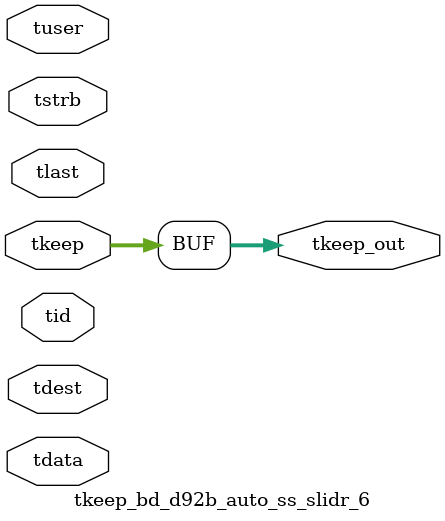
<source format=v>


`timescale 1ps/1ps

module tkeep_bd_d92b_auto_ss_slidr_6 #
(
parameter C_S_AXIS_TDATA_WIDTH = 32,
parameter C_S_AXIS_TUSER_WIDTH = 0,
parameter C_S_AXIS_TID_WIDTH   = 0,
parameter C_S_AXIS_TDEST_WIDTH = 0,
parameter C_M_AXIS_TDATA_WIDTH = 32
)
(
input  [(C_S_AXIS_TDATA_WIDTH == 0 ? 1 : C_S_AXIS_TDATA_WIDTH)-1:0     ] tdata,
input  [(C_S_AXIS_TUSER_WIDTH == 0 ? 1 : C_S_AXIS_TUSER_WIDTH)-1:0     ] tuser,
input  [(C_S_AXIS_TID_WIDTH   == 0 ? 1 : C_S_AXIS_TID_WIDTH)-1:0       ] tid,
input  [(C_S_AXIS_TDEST_WIDTH == 0 ? 1 : C_S_AXIS_TDEST_WIDTH)-1:0     ] tdest,
input  [(C_S_AXIS_TDATA_WIDTH/8)-1:0 ] tkeep,
input  [(C_S_AXIS_TDATA_WIDTH/8)-1:0 ] tstrb,
input                                                                    tlast,
output [(C_M_AXIS_TDATA_WIDTH/8)-1:0 ] tkeep_out
);

assign tkeep_out = {tkeep[7:0]};

endmodule


</source>
